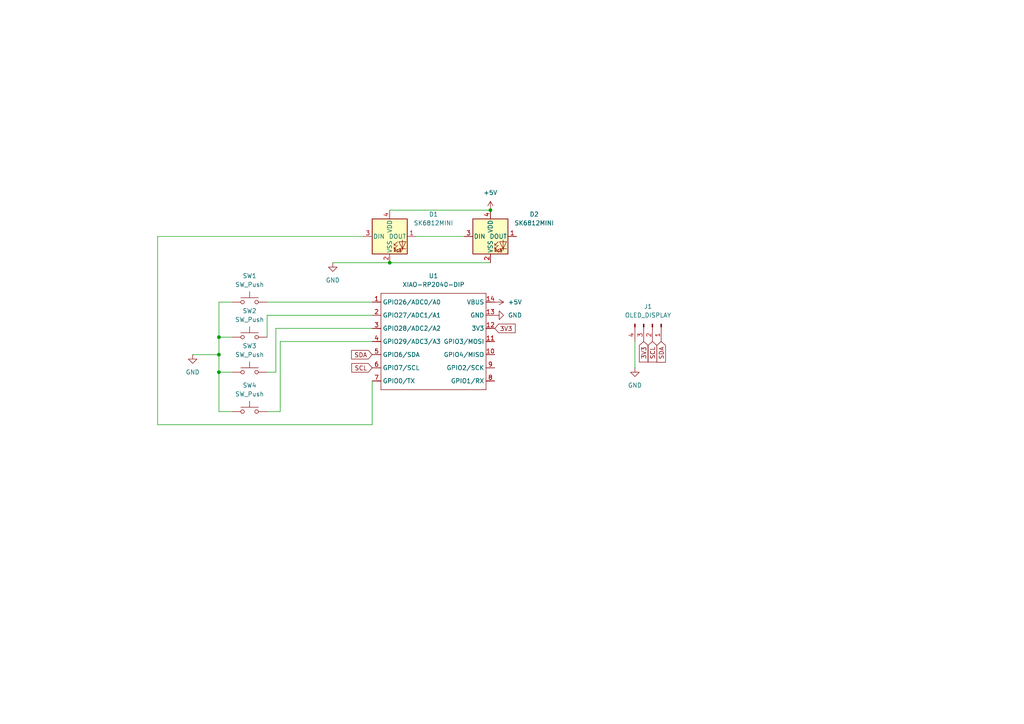
<source format=kicad_sch>
(kicad_sch (version 20250114) (generator "eeschema") (generator_version "9.0")
  (paper "A4")
  (title_block (title "Arjun's Multi Camera Livestream MacroPad") (date "2025-11-29") (rev "0.0.1") (company "HackClub"))
  (lib_symbols
    (symbol "Connector:Conn_01x04_Pin" (pin_names (offset 1.016) (hide yes))
      (property "Reference" "J" (at 0 5.08 0))
      (property "Value" "Conn_01x04_Pin" (at 0 -7.62 0))
      (symbol "Conn_01x04_Pin_1_1"
        (rectangle (start 0.8636 2.667) (end 0 2.413) (stroke (width 0.1524)) (fill (type outline)))
        (rectangle (start 0.8636 0.127) (end 0 -0.127) (stroke (width 0.1524)) (fill (type outline)))
        (rectangle (start 0.8636 -2.413) (end 0 -2.667) (stroke (width 0.1524)) (fill (type outline)))
        (rectangle (start 0.8636 -4.953) (end 0 -5.207) (stroke (width 0.1524)) (fill (type outline)))
        (polyline (pts (xy 1.27 2.54) (xy 0.8636 2.54)) (stroke (width 0.1524)))
        (polyline (pts (xy 1.27 0) (xy 0.8636 0)) (stroke (width 0.1524)))
        (polyline (pts (xy 1.27 -2.54) (xy 0.8636 -2.54)) (stroke (width 0.1524)))
        (polyline (pts (xy 1.27 -5.08) (xy 0.8636 -5.08)) (stroke (width 0.1524)))
        (pin passive line (at 5.08 2.54 180) (length 3.81) (name "Pin_1") (number "1"))
        (pin passive line (at 5.08 0 180) (length 3.81) (name "Pin_2") (number "2"))
        (pin passive line (at 5.08 -2.54 180) (length 3.81) (name "Pin_3") (number "3"))
        (pin passive line (at 5.08 -5.08 180) (length 3.81) (name "Pin_4") (number "4"))
      )
    )
    (symbol "LED:SK6812MINI" (pin_names (offset 0.254))
      (property "Reference" "D" (at 5.08 5.715 0))
      (property "Value" "SK6812MINI" (at 1.27 -5.715 0))
      (symbol "SK6812MINI_0_0"
        (text "RGB" (at 2.286 -4.191 0) (effects (font (size 0.762 0.762))))
      )
      (symbol "SK6812MINI_0_1"
        (polyline (pts (xy 1.27 -2.54) (xy 1.778 -2.54)))
        (polyline (pts (xy 1.27 -3.556) (xy 1.778 -3.556)))
        (polyline (pts (xy 2.286 -1.524) (xy 1.27 -2.54) (xy 1.27 -2.032)))
        (polyline (pts (xy 2.286 -2.54) (xy 1.27 -3.556) (xy 1.27 -3.048)))
        (polyline (pts (xy 3.683 -1.016) (xy 3.683 -3.556) (xy 3.683 -4.064)))
        (polyline (pts (xy 4.699 -1.524) (xy 2.667 -1.524) (xy 3.683 -3.556) (xy 4.699 -1.524)))
        (polyline (pts (xy 4.699 -3.556) (xy 2.667 -3.556)))
        (rectangle (start 5.08 5.08) (end -5.08 -5.08) (stroke (width 0.254)) (fill (type background)))
      )
      (symbol "SK6812MINI_1_1"
        (pin input line (at -7.62 0 0) (length 2.54) (name "DIN") (number "3"))
        (pin power_in line (at 0 7.62 270) (length 2.54) (name "VDD") (number "4"))
        (pin power_in line (at 0 -7.62 90) (length 2.54) (name "VSS") (number "2"))
        (pin output line (at 7.62 0 180) (length 2.54) (name "DOUT") (number "1"))
      )
    )
    (symbol "OPL:XIAO-RP2040-DIP"
      (property "Reference" "U" (at 0 0 0))
      (property "Value" "XIAO-RP2040-DIP" (at 5.334 -1.778 0))
      (symbol "XIAO-RP2040-DIP_1_0"
        (polyline (pts (xy -1.27 -2.54) (xy 29.21 -2.54)) (stroke (width 0.1524)))
        (polyline (pts (xy -1.27 -5.08) (xy -2.54 -5.08)) (stroke (width 0.1524)))
        (polyline (pts (xy -1.27 -5.08) (xy -1.27 -2.54)) (stroke (width 0.1524)))
        (polyline (pts (xy -1.27 -8.89) (xy -2.54 -8.89)) (stroke (width 0.1524)))
        (polyline (pts (xy -1.27 -8.89) (xy -1.27 -5.08)) (stroke (width 0.1524)))
        (polyline (pts (xy -1.27 -12.7) (xy -2.54 -12.7)) (stroke (width 0.1524)))
        (polyline (pts (xy -1.27 -12.7) (xy -1.27 -8.89)) (stroke (width 0.1524)))
        (polyline (pts (xy -1.27 -16.51) (xy -2.54 -16.51)) (stroke (width 0.1524)))
        (polyline (pts (xy -1.27 -16.51) (xy -1.27 -12.7)) (stroke (width 0.1524)))
        (polyline (pts (xy -1.27 -20.32) (xy -2.54 -20.32)) (stroke (width 0.1524)))
        (polyline (pts (xy -1.27 -24.13) (xy -2.54 -24.13)) (stroke (width 0.1524)))
        (polyline (pts (xy -1.27 -27.94) (xy -2.54 -27.94)) (stroke (width 0.1524)))
        (polyline (pts (xy -1.27 -30.48) (xy -1.27 -16.51)) (stroke (width 0.1524)))
        (polyline (pts (xy 29.21 -2.54) (xy 29.21 -5.08)) (stroke (width 0.1524)))
        (polyline (pts (xy 29.21 -5.08) (xy 29.21 -8.89)) (stroke (width 0.1524)))
        (polyline (pts (xy 29.21 -8.89) (xy 29.21 -12.7)) (stroke (width 0.1524)))
        (polyline (pts (xy 29.21 -12.7) (xy 29.21 -30.48)) (stroke (width 0.1524)))
        (polyline (pts (xy 29.21 -30.48) (xy -1.27 -30.48)) (stroke (width 0.1524)))
        (polyline (pts (xy 30.48 -5.08) (xy 29.21 -5.08)) (stroke (width 0.1524)))
        (polyline (pts (xy 30.48 -8.89) (xy 29.21 -8.89)) (stroke (width 0.1524)))
        (polyline (pts (xy 30.48 -12.7) (xy 29.21 -12.7)) (stroke (width 0.1524)))
        (polyline (pts (xy 30.48 -16.51) (xy 29.21 -16.51)) (stroke (width 0.1524)))
        (polyline (pts (xy 30.48 -20.32) (xy 29.21 -20.32)) (stroke (width 0.1524)))
        (polyline (pts (xy 30.48 -24.13) (xy 29.21 -24.13)) (stroke (width 0.1524)))
        (polyline (pts (xy 30.48 -27.94) (xy 29.21 -27.94)) (stroke (width 0.1524)))
        (pin passive line (at -3.81 -5.08 0) (length 2.54) (name "GPIO26/ADC0/A0") (number "1"))
        (pin passive line (at -3.81 -8.89 0) (length 2.54) (name "GPIO27/ADC1/A1") (number "2"))
        (pin passive line (at -3.81 -12.7 0) (length 2.54) (name "GPIO28/ADC2/A2") (number "3"))
        (pin passive line (at -3.81 -16.51 0) (length 2.54) (name "GPIO29/ADC3/A3") (number "4"))
        (pin passive line (at -3.81 -20.32 0) (length 2.54) (name "GPIO6/SDA") (number "5"))
        (pin passive line (at -3.81 -24.13 0) (length 2.54) (name "GPIO7/SCL") (number "6"))
        (pin passive line (at -3.81 -27.94 0) (length 2.54) (name "GPIO0/TX") (number "7"))
        (pin passive line (at 31.75 -5.08 180) (length 2.54) (name "VBUS") (number "14"))
        (pin passive line (at 31.75 -8.89 180) (length 2.54) (name "GND") (number "13"))
        (pin passive line (at 31.75 -12.7 180) (length 2.54) (name "3V3") (number "12"))
        (pin passive line (at 31.75 -16.51 180) (length 2.54) (name "GPIO3/MOSI") (number "11"))
        (pin passive line (at 31.75 -20.32 180) (length 2.54) (name "GPIO4/MISO") (number "10"))
        (pin passive line (at 31.75 -24.13 180) (length 2.54) (name "GPIO2/SCK") (number "9"))
        (pin passive line (at 31.75 -27.94 180) (length 2.54) (name "GPIO1/RX") (number "8"))
      )
    )
    (symbol "Switch:SW_Push" (pin_numbers (hide yes)) (pin_names (offset 1.016) (hide yes))
      (property "Reference" "SW" (at 1.27 2.54 0))
      (property "Value" "SW_Push" (at 0 -1.524 0))
      (symbol "SW_Push_0_1"
        (circle (center -2.032 0) (radius 0.508))
        (polyline (pts (xy 0 1.27) (xy 0 3.048)))
        (circle (center 2.032 0) (radius 0.508))
        (polyline (pts (xy 2.54 1.27) (xy -2.54 1.27)))
        (pin passive line (at -5.08 0 0) (length 2.54) (name "1") (number "1"))
        (pin passive line (at 5.08 0 180) (length 2.54) (name "2") (number "2"))
      )
    )
    (symbol "power:+5V" (power) (pin_numbers (hide yes)) (pin_names (offset 0) (hide yes))
      (property "Value" "+5V" (at 0 3.556 0))
      (symbol "+5V_0_1"
        (polyline (pts (xy -0.762 1.27) (xy 0 2.54)))
        (polyline (pts (xy 0 2.54) (xy 0.762 1.27)))
        (polyline (pts (xy 0 0) (xy 0 2.54)))
      )
      (symbol "+5V_1_1"
        (pin power_in line (at 0 0 90) (length 0) (name "~") (number "1"))
      )
    )
    (symbol "power:GND" (power) (pin_numbers (hide yes)) (pin_names (offset 0) (hide yes))
      (property "Value" "GND" (at 0 -3.81 0))
      (symbol "GND_0_1"
        (polyline (pts (xy 0 0) (xy 0 -1.27) (xy 1.27 -1.27) (xy 0 -2.54) (xy -1.27 -1.27) (xy 0 -1.27)))
      )
      (symbol "GND_1_1"
        (pin power_in line (at 0 0 270) (length 0) (name "~") (number "1"))
      )
    )
  )
  (junction (at 63.5 107.95))
  (junction (at 142.24 60.96))
  (junction (at 63.5 102.87))
  (junction (at 113.03 76.2))
  (junction (at 63.5 97.79))
  (wire (pts (xy 67.31 87.63) (xy 63.5 87.63)))
  (wire (pts (xy 81.28 119.38) (xy 77.47 119.38)))
  (wire (pts (xy 63.5 97.79) (xy 63.5 102.87)))
  (wire (pts (xy 77.47 91.44) (xy 77.47 97.79)))
  (wire (pts (xy 113.03 76.2) (xy 142.24 76.2)))
  (wire (pts (xy 63.5 107.95) (xy 63.5 119.38)))
  (wire (pts (xy 63.5 87.63) (xy 63.5 97.79)))
  (wire (pts (xy 107.95 123.19) (xy 45.72 123.19)))
  (wire (pts (xy 80.01 95.25) (xy 107.95 95.25)))
  (wire (pts (xy 45.72 68.58) (xy 105.41 68.58)))
  (wire (pts (xy 107.95 110.49) (xy 107.95 123.19)))
  (wire (pts (xy 81.28 99.06) (xy 81.28 119.38)))
  (wire (pts (xy 63.5 102.87) (xy 63.5 107.95)))
  (wire (pts (xy 77.47 91.44) (xy 107.95 91.44)))
  (wire (pts (xy 45.72 68.58) (xy 45.72 123.19)))
  (wire (pts (xy 113.03 60.96) (xy 142.24 60.96)))
  (wire (pts (xy 63.5 119.38) (xy 67.31 119.38)))
  (wire (pts (xy 120.65 68.58) (xy 134.62 68.58)))
  (wire (pts (xy 80.01 107.95) (xy 77.47 107.95)))
  (wire (pts (xy 67.31 107.95) (xy 63.5 107.95)))
  (wire (pts (xy 80.01 95.25) (xy 80.01 107.95)))
  (wire (pts (xy 55.88 102.87) (xy 63.5 102.87)))
  (wire (pts (xy 184.15 106.68) (xy 184.15 99.06)))
  (wire (pts (xy 81.28 99.06) (xy 107.95 99.06)))
  (wire (pts (xy 67.31 97.79) (xy 63.5 97.79)))
  (wire (pts (xy 96.52 76.2) (xy 113.03 76.2)))
  (wire (pts (xy 77.47 87.63) (xy 107.95 87.63)))
  (global_label "SDA" (shape input) (at 191.77 99.06 270) (property "Intersheetrefs" "${INTERSHEET_REFS}" (effects (hide yes))))
  (global_label "SDA" (shape input) (at 107.95 102.87 180) (property "Intersheetrefs" "${INTERSHEET_REFS}" (effects (hide yes))))
  (global_label "SCL" (shape input) (at 189.23 99.06 270) (property "Intersheetrefs" "${INTERSHEET_REFS}" (effects (hide yes))))
  (global_label "3V3" (shape input) (at 143.51 95.25 0) (property "Intersheetrefs" "${INTERSHEET_REFS}" (effects (hide yes))))
  (global_label "3V3" (shape input) (at 186.69 99.06 270) (property "Intersheetrefs" "${INTERSHEET_REFS}" (effects (hide yes))))
  (global_label "SCL" (shape input) (at 107.95 106.68 180) (property "Intersheetrefs" "${INTERSHEET_REFS}" (effects (hide yes))))
  (symbol (lib_id "power:GND") (at 184.15 106.68 0) (unit 1)
    (property "Reference" "#PWR04" (effects (hide yes)))
    (property "Value" "GND" (at 184.15 111.76 0))
    (property "Description" "Power symbol creates a global label with name \"GND\" , ground" (effects (hide yes)))
  )
  (symbol (lib_id "Switch:SW_Push") (at 72.39 97.79 0) (unit 1)
    (property "Reference" "SW2" (at 72.39 90.17 0))
    (property "Value" "SW_Push" (at 72.39 92.71 0))
    (property "Description" "Push button switch, generic, two pins" (effects (hide yes)))
  )
  (symbol (lib_id "OPL:XIAO-RP2040-DIP") (at 111.76 82.55 0) (unit 1)
    (property "Reference" "U1" (at 125.73 80.01 0))
    (property "Value" "XIAO-RP2040-DIP" (at 125.73 82.55 0))
    (property "Footprint" "Module:MOUDLE14P-XIAO-DIP-SMD" (effects (hide yes)))
  )
  (symbol (lib_id "power:GND") (at 55.88 102.87 0) (unit 1)
    (property "Reference" "#PWR05" (effects (hide yes)))
    (property "Value" "GND" (at 55.88 107.95 0))
    (property "Description" "Power symbol creates a global label with name \"GND\" , ground" (effects (hide yes)))
  )
  (symbol (lib_id "power:GND") (at 143.51 91.44 90) (unit 1)
    (property "Reference" "#PWR03" (effects (hide yes)))
    (property "Value" "GND" (at 147.32 91.4399 90) (effects (justify right)))
    (property "Description" "Power symbol creates a global label with name \"GND\" , ground" (effects (hide yes)))
  )
  (symbol (lib_id "power:+5V") (at 143.51 87.63 270) (unit 1)
    (property "Reference" "#PWR01" (effects (hide yes)))
    (property "Value" "+5V" (at 147.32 87.6299 90) (effects (justify left)))
    (property "Description" "Power symbol creates a global label with name \"+5V\"" (effects (hide yes)))
  )
  (symbol (lib_id "power:+5V") (at 142.24 60.96 0) (unit 1)
    (property "Reference" "#PWR02" (effects (hide yes)))
    (property "Value" "+5V" (at 142.24 55.88 0))
    (property "Description" "Power symbol creates a global label with name \"+5V\"" (effects (hide yes)))
  )
  (symbol (lib_id "LED:SK6812MINI") (at 113.03 68.58 0) (unit 1)
    (property "Reference" "D1" (at 125.73 62.1598 0))
    (property "Value" "SK6812MINI" (at 125.73 64.6998 0))
    (property "Footprint" "LED_SMD:LED_SK6812MINI_PLCC4_3.5x3.5mm_P1.75mm" (effects (hide yes)))
    (property "Datasheet" "https://cdn-shop.adafruit.com/product-files/2686/SK6812MINI_REV.01-1-2.pdf" (effects (hide yes)))
    (property "Description" "RGB LED with integrated controller" (effects (hide yes)))
  )
  (symbol (lib_id "Switch:SW_Push") (at 72.39 107.95 0) (unit 1)
    (property "Reference" "SW3" (at 72.39 100.33 0))
    (property "Value" "SW_Push" (at 72.39 102.87 0))
    (property "Description" "Push button switch, generic, two pins" (effects (hide yes)))
  )
  (symbol (lib_id "Connector:Conn_01x04_Pin") (at 189.23 93.98 270) (unit 1)
    (property "Reference" "J1" (at 187.96 88.9 90))
    (property "Value" "OLED_DISPLAY" (at 187.96 91.44 90))
    (property "Footprint" "Connector_PinHeader_2.54mm:PinHeader_1x04_P2.54mm_Vertical" (effects (hide yes)))
    (property "Description" "Generic connector, single row, 01x04, script generated" (effects (hide yes)))
  )
  (symbol (lib_id "Switch:SW_Push") (at 72.39 119.38 0) (unit 1)
    (property "Reference" "SW4" (at 72.39 111.76 0))
    (property "Value" "SW_Push" (at 72.39 114.3 0))
    (property "Description" "Push button switch, generic, two pins" (effects (hide yes)))
  )
  (symbol (lib_id "Switch:SW_Push") (at 72.39 87.63 0) (unit 1)
    (property "Reference" "SW1" (at 72.39 80.01 0))
    (property "Value" "SW_Push" (at 72.39 82.55 0))
    (property "Description" "Push button switch, generic, two pins" (effects (hide yes)))
  )
  (symbol (lib_id "LED:SK6812MINI") (at 142.24 68.58 0) (unit 1)
    (property "Reference" "D2" (at 154.94 62.1598 0))
    (property "Value" "SK6812MINI" (at 154.94 64.6998 0))
    (property "Footprint" "LED_SMD:LED_SK6812MINI_PLCC4_3.5x3.5mm_P1.75mm" (effects (hide yes)))
    (property "Datasheet" "https://cdn-shop.adafruit.com/product-files/2686/SK6812MINI_REV.01-1-2.pdf" (effects (hide yes)))
    (property "Description" "RGB LED with integrated controller" (effects (hide yes)))
  )
  (symbol (lib_id "power:GND") (at 96.52 76.2 0) (unit 1)
    (property "Reference" "#PWR06" (effects (hide yes)))
    (property "Value" "GND" (at 96.52 81.28 0))
    (property "Description" "Power symbol creates a global label with name \"GND\" , ground" (effects (hide yes)))
  )
)
</source>
